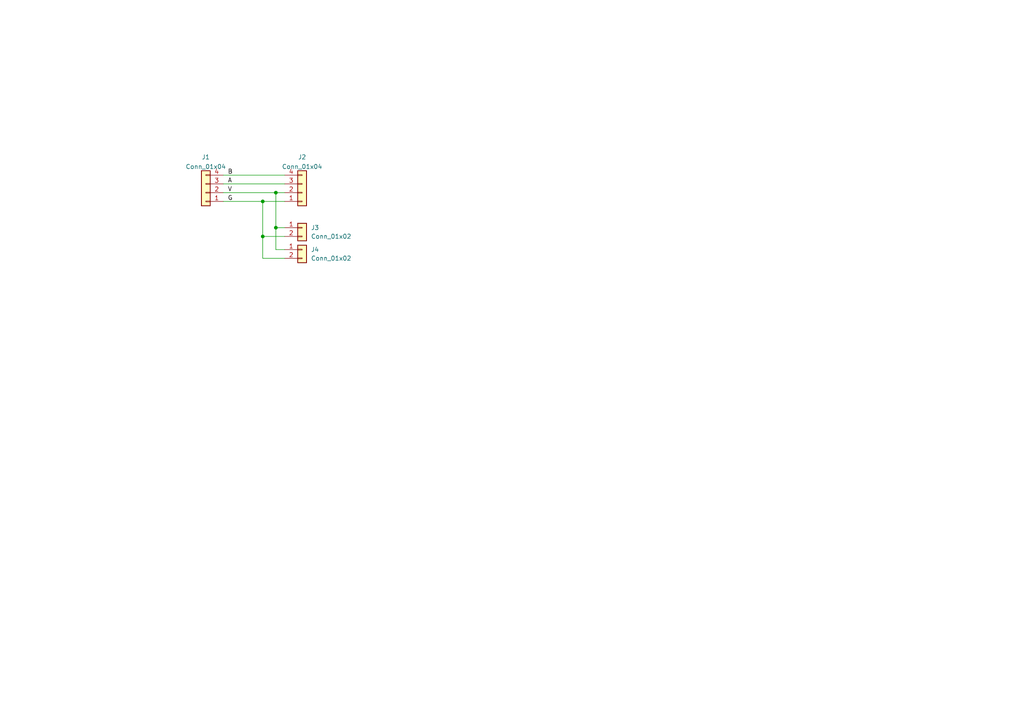
<source format=kicad_sch>
(kicad_sch (version 20211123) (generator eeschema)
  (paper "A4")
  (lib_symbols
    (symbol "Connector_Generic:Conn_01x02" (pin_names (offset 1.016) hide)
      (property "Reference" "J" (at 0 2.54 0))
      (property "Value" "Conn_01x02" (at 0 -5.08 0))
      (symbol "Conn_01x02_1_1"
        (rectangle (start -1.27 -2.413) (end 0 -2.667) (stroke (width 0.1524)))
        (rectangle (start -1.27 0.127) (end 0 -0.127) (stroke (width 0.1524)))
        (rectangle (start -1.27 1.27) (end 1.27 -3.81) (stroke (width 0.254)) (fill (type background)))
        (pin passive line (at -5.08 0 0) (length 3.81) (name "Pin_1") (number "1"))
        (pin passive line (at -5.08 -2.54 0) (length 3.81) (name "Pin_2") (number "2"))
      )
    )
    (symbol "Connector_Generic:Conn_01x04" (pin_names (offset 1.016) hide)
      (property "Reference" "J" (at 0 5.08 0))
      (property "Value" "Conn_01x04" (at 0 -7.62 0))
      (symbol "Conn_01x04_1_1"
        (rectangle (start -1.27 -4.953) (end 0 -5.207) (stroke (width 0.1524)))
        (rectangle (start -1.27 -2.413) (end 0 -2.667) (stroke (width 0.1524)))
        (rectangle (start -1.27 0.127) (end 0 -0.127) (stroke (width 0.1524)))
        (rectangle (start -1.27 2.667) (end 0 2.413) (stroke (width 0.1524)))
        (rectangle (start -1.27 3.81) (end 1.27 -6.35) (stroke (width 0.254)) (fill (type background)))
        (pin passive line (at -5.08 2.54 0) (length 3.81) (name "Pin_1") (number "1"))
        (pin passive line (at -5.08 0 0) (length 3.81) (name "Pin_2") (number "2"))
        (pin passive line (at -5.08 -2.54 0) (length 3.81) (name "Pin_3") (number "3"))
        (pin passive line (at -5.08 -5.08 0) (length 3.81) (name "Pin_4") (number "4"))
      )
    )
  )
  (junction (at 76.2 68.58))
  (junction (at 80.01 55.88))
  (junction (at 80.01 66.04))
  (junction (at 76.2 58.42))
  (wire (pts (xy 64.77 55.88) (xy 80.01 55.88)))
  (wire (pts (xy 80.01 72.39) (xy 82.55 72.39)))
  (wire (pts (xy 80.01 66.04) (xy 82.55 66.04)))
  (wire (pts (xy 80.01 66.04) (xy 80.01 72.39)))
  (wire (pts (xy 76.2 68.58) (xy 76.2 74.93)))
  (wire (pts (xy 64.77 50.8) (xy 82.55 50.8)))
  (wire (pts (xy 76.2 74.93) (xy 82.55 74.93)))
  (wire (pts (xy 76.2 58.42) (xy 76.2 68.58)))
  (wire (pts (xy 64.77 53.34) (xy 82.55 53.34)))
  (wire (pts (xy 64.77 58.42) (xy 76.2 58.42)))
  (wire (pts (xy 76.2 68.58) (xy 82.55 68.58)))
  (wire (pts (xy 80.01 55.88) (xy 82.55 55.88)))
  (wire (pts (xy 76.2 58.42) (xy 82.55 58.42)))
  (wire (pts (xy 80.01 55.88) (xy 80.01 66.04)))
  (label "B" (at 66.04 50.8 0))
  (label "A" (at 66.04 53.34 0))
  (label "V" (at 66.04 55.88 0))
  (label "G" (at 66.04 58.42 0))
  (symbol (lib_id "Connector_Generic:Conn_01x04") (at 87.63 55.88 0) (mirror x) (unit 1)
    (property "Reference" "J2" (at 87.63 45.5635 0))
    (property "Value" "Conn_01x04" (at 87.63 48.3386 0))
    (property "Footprint" "akita:CON_BAVG" (effects hide))
  )
  (symbol (lib_id "Connector_Generic:Conn_01x04") (at 59.69 55.88 180) (unit 1)
    (property "Reference" "J1" (at 59.69 45.5635 0))
    (property "Value" "Conn_01x04" (at 59.69 48.3386 0))
    (property "Footprint" "Connector_JST:JST_VH_S4P-VH_1x04_P3.96mm_Horizontal" (effects hide))
  )
  (symbol (lib_id "Connector_Generic:Conn_01x02") (at 87.63 66.04 0) (unit 1)
    (property "Reference" "J3" (at 90.17 66.0399 0) (effects (justify left)))
    (property "Value" "Conn_01x02" (at 90.17 68.5799 0) (effects (justify left)))
    (property "Footprint" "Connector_JST:JST_PH_B2B-PH-K_1x02_P2.00mm_Vertical" (effects hide))
  )
  (symbol (lib_id "Connector_Generic:Conn_01x02") (at 87.63 72.39 0) (unit 1)
    (property "Reference" "J4" (at 90.17 72.3899 0) (effects (justify left)))
    (property "Value" "Conn_01x02" (at 90.17 74.9299 0) (effects (justify left)))
    (property "Footprint" "Connector_PinSocket_2.54mm:PinSocket_1x02_P2.54mm_Vertical" (effects hide))
  )
)
</source>
